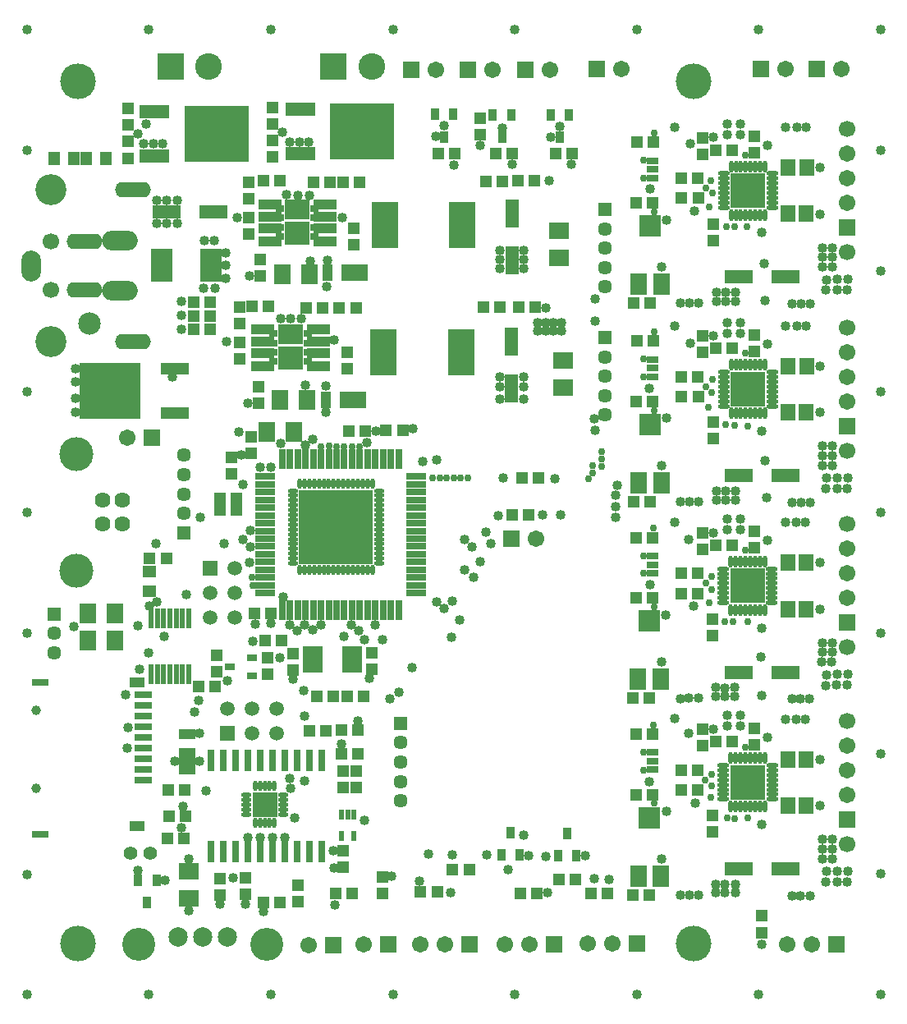
<source format=gbr>
G04 DipTrace 2.4.0.1*
%INTopMask.gbr*%
%MOIN*%
%ADD14C,0.04*%
%ADD25R,0.0551X0.1181*%
%ADD28R,0.1181X0.0551*%
%ADD44R,0.0591X0.0591*%
%ADD46C,0.0591*%
%ADD60R,0.0591X0.0394*%
%ADD61R,0.0709X0.0315*%
%ADD62R,0.061X0.0394*%
%ADD75R,0.05X0.025*%
%ADD90R,0.0413X0.0256*%
%ADD97R,0.0236X0.0787*%
%ADD102C,0.0669*%
%ADD103C,0.1339*%
%ADD104C,0.145*%
%ADD105C,0.0394*%
%ADD114C,0.03*%
%ADD117R,0.0828X0.108*%
%ADD119R,0.0316X0.0867*%
%ADD120R,0.2501X0.2265*%
%ADD122R,0.1163X0.0474*%
%ADD124R,0.1419X0.1419*%
%ADD126O,0.0474X0.0198*%
%ADD128O,0.0198X0.0474*%
%ADD133R,0.0997X0.0812*%
%ADD135R,0.0997X0.0966*%
%ADD137R,0.0336X0.0277*%
%ADD139R,0.0946X0.0395*%
%ADD141R,0.0237X0.0434*%
%ADD143R,0.1045X0.1045*%
%ADD145R,0.2993X0.2993*%
%ADD147O,0.0198X0.0415*%
%ADD149O,0.0415X0.0198*%
%ADD151R,0.0277X0.0789*%
%ADD153R,0.0789X0.0277*%
%ADD155C,0.0552*%
%ADD159R,0.0867X0.0867*%
%ADD161R,0.071X0.0867*%
%ADD163R,0.0592X0.0671*%
%ADD165R,0.1202X0.0572*%
%ADD167R,0.2639X0.2265*%
%ADD169R,0.0336X0.0493*%
%ADD171R,0.1104X0.1852*%
%ADD173C,0.0572*%
%ADD175C,0.0572*%
%ADD177R,0.0572X0.0572*%
%ADD185R,0.0552X0.0474*%
%ADD187R,0.0474X0.0552*%
%ADD189R,0.0867X0.1332*%
%ADD191R,0.071X0.0438*%
%ADD193R,0.071X0.1064*%
%ADD195R,0.0438X0.071*%
%ADD197R,0.1064X0.071*%
%ADD201C,0.0785*%
%ADD203C,0.108*%
%ADD207R,0.108X0.108*%
%ADD209C,0.0671*%
%ADD212R,0.0671X0.0671*%
%ADD216C,0.1379*%
%ADD220C,0.0639*%
%ADD223C,0.0907*%
%ADD227C,0.1261*%
%ADD229O,0.1458X0.0789*%
%ADD232O,0.1458X0.0631*%
%ADD236O,0.0789X0.1261*%
%ADD238R,0.0789X0.071*%
%ADD240R,0.0513X0.0474*%
%ADD244R,0.0474X0.0513*%
%ADD246R,0.071X0.0789*%
%FSLAX44Y44*%
G04*
G70*
G90*
G75*
G01*
%LNTopMask*%
%LPD*%
D14*
X4493Y10413D3*
X5000Y13610D3*
X7420Y9880D3*
X6330Y25480D3*
X19960Y5480D3*
X23460Y5130D3*
X19960Y5480D3*
X17040Y16340D3*
X24325Y19775D3*
Y20225D3*
X17350Y16080D3*
X18830Y17975D3*
X6020Y5050D3*
X6900Y16650D3*
X9460Y17950D3*
X11700Y11720D3*
X11660Y12750D3*
X4430Y12590D3*
X10830Y16570D3*
X17700Y6080D3*
X18200Y17660D3*
X17980Y15620D3*
X8940Y31950D3*
X17610Y4540D3*
X18550Y17350D3*
X17680Y16380D3*
X8525Y26925D3*
X6700Y7200D3*
X6760Y8060D3*
X5360Y14280D3*
X7371Y12359D3*
X23500Y27770D3*
X16475Y22045D3*
X23490Y28660D3*
X23470Y23310D3*
X17050Y22120D3*
X23450Y23790D3*
X24325Y20700D3*
X24395Y21080D3*
X2370Y25820D3*
Y25280D3*
X4930Y15390D3*
X30170Y33510D3*
Y33050D3*
X30150Y32580D3*
X29690Y33080D3*
Y33520D3*
X29680Y32610D3*
X29220D3*
X29230Y33050D3*
X29210Y33520D3*
D114*
X28810Y31590D3*
X29150Y31580D3*
X29650D3*
X28130Y32380D3*
X28240Y32940D3*
X28000Y33150D3*
X28180Y33460D3*
X29590Y34500D3*
D14*
X30500Y34890D3*
X28290Y35210D3*
X32630Y33980D3*
X32620Y32100D3*
X30260Y31340D3*
X28410Y28560D3*
Y28920D3*
X29180D3*
X28770Y28560D3*
Y28910D3*
X29180Y28560D3*
X29400Y35330D3*
X28850D3*
X29400Y35760D3*
X28850D3*
X32040Y35620D3*
X31670D3*
X31230D3*
X26730Y35630D3*
D114*
X25893Y32195D3*
X25453Y33555D3*
Y34275D3*
X25873Y35385D3*
D14*
X26380Y31870D3*
X9890Y6790D3*
X10940Y32880D3*
X11410Y32870D3*
X11900Y32850D3*
X13210Y31950D3*
X11930Y30190D3*
X12610Y30210D3*
X12600Y29150D3*
X9440Y29580D3*
X7610Y31010D3*
X8030D3*
X7590Y29100D3*
X8060Y29080D3*
X8500Y29480D3*
Y30010D3*
Y30530D3*
X10770Y35410D3*
X11100Y35020D3*
X11470Y35010D3*
X11860Y35020D3*
X5140Y34950D3*
X5540D3*
X5930D3*
X4910Y35340D3*
X12550Y25110D3*
Y24040D3*
X11720Y25160D3*
X9370Y24410D3*
X9400Y6790D3*
X10730Y27860D3*
X11130D3*
X11540Y27850D3*
X12870Y27000D3*
X18810Y34890D3*
X19720Y35600D3*
X17340Y35690D3*
X17010Y35250D3*
X22040Y35670D3*
X21700Y35230D3*
X17750Y34080D3*
X20110Y34110D3*
X33133Y30735D3*
X33123Y30345D3*
X33113Y29945D3*
X32733Y30735D3*
X32723Y30345D3*
X32713Y29945D3*
X32883Y29435D3*
X33753Y29445D3*
X33333D3*
X32863Y29005D3*
X33733Y29015D3*
X33313D3*
X31483Y28445D3*
X32213Y28455D3*
X31843D3*
X26953Y28475D3*
X27683Y28485D3*
X27313D3*
X33133Y22675D3*
X26193Y29955D3*
X33123Y22285D3*
X33113Y21885D3*
X32733Y22675D3*
X32723Y22285D3*
X32713Y21885D3*
X32883Y21375D3*
X33753Y21385D3*
X33333D3*
X30170Y25450D3*
Y24990D3*
X30150Y24520D3*
X29690Y25020D3*
Y25460D3*
X29680Y24550D3*
X29220D3*
X29230Y24990D3*
X29210Y25460D3*
D114*
X28800Y23540D3*
X29140Y23510D3*
X29670Y23500D3*
X28090Y24270D3*
X28220Y24860D3*
X28000Y25090D3*
X28240Y25390D3*
X29590Y26440D3*
D14*
X30500Y26830D3*
X28290Y27150D3*
X32630Y25920D3*
X32620Y24040D3*
X30260Y23280D3*
X28410Y20500D3*
Y20860D3*
X29180D3*
X28770Y20500D3*
Y20850D3*
X29180Y20500D3*
X29400Y27270D3*
X28850D3*
X29400Y27700D3*
X28850D3*
X32040Y27560D3*
X31670D3*
X31230D3*
X26730Y27570D3*
D114*
X25893Y24135D3*
X25453Y25495D3*
Y26215D3*
X25873Y27325D3*
D14*
X26380Y23810D3*
X32863Y20945D3*
X33733Y20955D3*
X33313D3*
X31483Y20385D3*
X32213Y20395D3*
X31843D3*
X26953Y20415D3*
X27683Y20425D3*
X27313D3*
X26193Y21895D3*
X33120Y14695D3*
X33110Y14305D3*
X33100Y13905D3*
X32720Y14695D3*
X32710Y14305D3*
X32700Y13905D3*
X32870Y13395D3*
X33740Y13405D3*
X33320D3*
X30157Y17469D3*
Y17009D3*
X30137Y16539D3*
X29677Y17039D3*
Y17479D3*
X29667Y16569D3*
X29207D3*
X29217Y17009D3*
X29197Y17479D3*
D114*
X28750Y15550D3*
X29100Y15540D3*
X29690Y15550D3*
X28130Y16320D3*
X28220Y16870D3*
X27987Y17109D3*
X28220Y17400D3*
X29577Y18459D3*
D14*
X30487Y18849D3*
X28277Y19169D3*
X32617Y17939D3*
X32607Y16059D3*
X30247Y15299D3*
X28397Y12519D3*
Y12879D3*
X29167D3*
X28757Y12519D3*
Y12869D3*
X29167Y12519D3*
X29387Y19289D3*
X28837D3*
X29387Y19719D3*
X28837D3*
X32027Y19579D3*
X31657D3*
X31217D3*
X26717Y19589D3*
D114*
X25880Y16155D3*
X25440Y17515D3*
Y18235D3*
X25860Y19345D3*
D14*
X26367Y15829D3*
X32850Y12965D3*
X33720Y12975D3*
X33300D3*
X31470Y12405D3*
X32200Y12415D3*
X31830D3*
X26940Y12435D3*
X27670Y12445D3*
X27300D3*
X26180Y13915D3*
X33123Y6715D3*
X33113Y6325D3*
X33103Y5925D3*
X32723Y6715D3*
X32713Y6325D3*
X32703Y5925D3*
X32873Y5415D3*
X33743Y5425D3*
X33323D3*
X30160Y9490D3*
Y9030D3*
X30140Y8560D3*
X29680Y9060D3*
Y9500D3*
X29670Y8590D3*
X29210D3*
X29220Y9030D3*
X29200Y9500D3*
D114*
X28840Y7580D3*
X29160Y7560D3*
X29670Y7580D3*
X28170Y8420D3*
X28225Y8900D3*
X27950Y9125D3*
X28225Y9350D3*
X29590Y10470D3*
D14*
X30490Y10870D3*
X28280Y11190D3*
X32620Y9960D3*
X32610Y8080D3*
X30250Y7320D3*
X28400Y4540D3*
Y4900D3*
X29170D3*
X28760Y4540D3*
Y4890D3*
X29170Y4540D3*
X29390Y11310D3*
X28840D3*
X29390Y11740D3*
X28840D3*
X32030Y11600D3*
X31660D3*
X31220D3*
X26720Y11610D3*
D114*
X25883Y8175D3*
X25443Y9535D3*
Y10255D3*
X25863Y11365D3*
D14*
X26370Y7850D3*
X32853Y4985D3*
X33723Y4995D3*
X33303D3*
X31473Y4425D3*
X32203Y4435D3*
X31833D3*
X26943Y4455D3*
X27673Y4465D3*
X27303D3*
X26183Y5935D3*
X22530Y34130D3*
X19625Y30250D3*
X20575D3*
Y29875D3*
X19625D3*
X20575Y30625D3*
X19625D3*
X21625Y33450D3*
X410Y39590D3*
X19100Y6080D3*
X21500Y6025D3*
X10390Y6790D3*
X10880Y6780D3*
X11275Y7600D3*
X11130Y8780D3*
X11680Y9090D3*
X11100Y9180D3*
X9825Y8375D3*
X4520Y11260D3*
X15510Y12700D3*
X15140Y12410D3*
X14850Y14830D3*
X14560Y15410D3*
X14120Y14820D3*
X13900Y15200D3*
X13600Y15425D3*
X13300Y14970D3*
X11700Y15425D3*
X12350D3*
X12025Y15225D3*
X11230Y13220D3*
X14330Y13260D3*
X8540Y13150D3*
X20600Y25475D3*
Y25075D3*
Y24600D3*
X19625Y25475D3*
Y25075D3*
Y24600D3*
X21500Y28300D3*
X21150Y27675D3*
X21475D3*
X21800D3*
X22125D3*
X21150Y27350D3*
X21475D3*
X21800D3*
X22125D3*
X10310Y21820D3*
X9900D3*
X14575Y23275D3*
X10250Y8375D3*
Y7900D3*
X19050Y19175D3*
X18175Y18900D3*
X18475Y18575D3*
X9850Y7875D3*
X10725Y22775D3*
X11725Y22725D3*
X12025Y22950D3*
X14220Y22830D3*
X16070Y23380D3*
X9025Y23250D3*
X9475Y18600D3*
X9180Y18900D3*
X11390Y15200D3*
X11075Y15425D3*
X5375Y16175D3*
X20775Y6070D3*
X16730Y6130D3*
X15225Y5210D3*
X30260Y2460D3*
X24040Y5080D3*
X21555Y4550D3*
X16340Y5020D3*
X13200Y10590D3*
X12850Y6260D3*
X10030Y3800D3*
X12925Y4060D3*
X19560Y19870D3*
X21350Y19875D3*
X19740Y21390D3*
X9675Y15450D3*
X10325Y15475D3*
X9125Y22325D3*
X21860Y21360D3*
X5700Y16360D3*
X5980Y14970D3*
X5640Y18710D3*
X2325Y15350D3*
X23100Y6050D3*
X6990Y3825D3*
X8255Y4075D3*
X9300Y4100D3*
X7410Y11010D3*
X10675Y14100D3*
X9575Y14750D3*
X9180Y21110D3*
X9475Y19250D3*
X7670Y8700D3*
X6675Y28550D3*
X6700Y27975D3*
Y27425D3*
X6100Y32650D3*
X6075Y31725D3*
X6525D3*
Y32650D3*
X5700D3*
X5675Y31725D3*
X410Y410D3*
X35090Y39590D3*
Y410D3*
X4930Y5460D3*
X6970Y5920D3*
X8790Y5140D3*
X13860Y11520D3*
X12870Y5560D3*
X14110Y7490D3*
X6430Y9880D3*
X12960Y19400D3*
X11910Y20430D3*
X14070Y20460D3*
Y18250D3*
X11870Y18230D3*
X410Y5300D3*
Y15100D3*
Y20000D3*
Y24900D3*
Y34690D3*
X35090D3*
Y29790D3*
Y24900D3*
X5360Y39590D3*
X35090Y20000D3*
Y15100D3*
Y10200D3*
Y5310D3*
X10320Y39590D3*
X15270D3*
X20230D3*
X25180D3*
X30130D3*
X5360Y410D3*
X10320D3*
X15270D3*
X20230D3*
X25180D3*
X30130D3*
X20570Y6890D3*
X7210Y11880D3*
X16040Y13680D3*
X17640Y14920D3*
D114*
X16870Y21400D3*
D14*
X19240Y18710D3*
X22080Y19890D3*
X25700Y9070D3*
X27560Y8180D3*
X27300Y11030D3*
X25710Y17060D3*
X27290Y18900D3*
X30250Y12540D3*
X30210Y14130D3*
X27480Y16180D3*
X30460Y20590D3*
X30390Y22080D3*
X25700Y25020D3*
X27340Y26860D3*
X30350Y30100D3*
X30400Y28600D3*
X25720Y33130D3*
X27360Y34970D3*
X27510Y32210D3*
X5260Y35760D3*
X7460Y19800D3*
X8410Y18730D3*
X2370Y24610D3*
Y24040D3*
D114*
X12350Y22670D3*
X12670Y22680D3*
X12980Y22670D3*
X13290D3*
X13610D3*
X13920Y22660D3*
X9560Y17360D3*
X9600Y17030D3*
X17170Y21400D3*
X17460D3*
X18020D3*
X17740D3*
X18320D3*
X23750Y22450D3*
Y22150D3*
X23740Y21850D3*
X23390Y21880D3*
X23380Y21590D3*
X23220Y21340D3*
D25*
X20100Y26925D3*
Y25035D3*
X20110Y32120D3*
Y30230D3*
D246*
X11250Y23250D3*
X10148D3*
D244*
X8110Y14180D3*
Y13511D3*
D28*
X7980Y32190D3*
X6090D3*
D240*
X7850Y28530D3*
X7181D3*
X13180Y10180D3*
X13849D3*
X7850Y27970D3*
X7181D3*
X10700Y4170D3*
X10031D3*
X13605Y4510D3*
X12936D3*
D246*
X3975Y15875D3*
X2873D3*
D238*
X6995Y5425D3*
Y4323D3*
D240*
X10750Y14775D3*
X10081D3*
X15000Y23310D3*
X15669D3*
X7860Y27420D3*
X7191D3*
D246*
X11892Y29650D3*
X10790D3*
D238*
X22175Y26150D3*
Y25048D3*
D244*
X9805Y24425D3*
Y25095D3*
D240*
X10230Y28340D3*
X9561D3*
D244*
X13415Y26485D3*
Y25815D3*
D246*
X11770Y24570D3*
X10668D3*
D238*
X22030Y31410D3*
Y30308D3*
D244*
X9892Y29600D3*
Y30269D3*
D240*
X10690Y33460D3*
X10021D3*
D244*
X13672Y31520D3*
Y30851D3*
X9300Y5152D3*
Y4483D3*
X8250Y5127D3*
Y4458D3*
X13240Y5580D3*
Y6249D3*
X14425Y14300D3*
Y13631D3*
D246*
X3975Y14800D3*
X2873D3*
D244*
X9525Y22400D3*
Y23069D3*
D240*
X14140Y23290D3*
X13471D3*
D244*
X11225Y14250D3*
Y13581D3*
D240*
X6070Y18110D3*
X5401D3*
D244*
X28270Y31700D3*
Y31031D3*
D240*
X29050Y34700D3*
X28381D3*
D244*
X29960Y35250D3*
Y34581D3*
D240*
X27660Y33550D3*
X26991D3*
D244*
X27850Y35200D3*
Y34531D3*
D28*
X31220Y29540D3*
X29330D3*
D244*
X28270Y23640D3*
Y22971D3*
D240*
X29050Y26640D3*
X28381D3*
D244*
X29960Y27190D3*
Y26521D3*
D240*
X27660Y25490D3*
X26991D3*
D244*
X27850Y27140D3*
Y26471D3*
D28*
X31220Y21480D3*
X29330D3*
D244*
X28257Y15659D3*
Y14990D3*
D240*
X29037Y18659D3*
X28368D3*
D244*
X29947Y19209D3*
Y18540D3*
D240*
X27647Y17509D3*
X26978D3*
D244*
X27837Y19159D3*
Y18490D3*
D28*
X31207Y13499D3*
X29317D3*
D244*
X28260Y7680D3*
Y7011D3*
D240*
X29040Y10680D3*
X28371D3*
D244*
X29950Y11230D3*
Y10561D3*
D240*
X27650Y9530D3*
X26981D3*
D244*
X27840Y11180D3*
Y10511D3*
D28*
X31210Y5520D3*
X29320D3*
D236*
X590Y30000D3*
D232*
X2756Y30984D3*
D229*
X4193Y28976D3*
Y31024D3*
D232*
X2756Y29016D3*
D227*
X1378Y26929D3*
Y33071D3*
D232*
X4724Y26929D3*
Y33071D3*
D223*
X2953Y27638D3*
D102*
X1378Y30984D3*
Y29016D3*
D220*
X4285Y19508D3*
Y20492D3*
X3498D3*
Y19508D3*
D216*
X2431Y22370D3*
Y17630D3*
D212*
X33720Y31550D3*
D209*
Y32550D3*
Y33550D3*
Y34550D3*
D212*
Y23490D3*
D209*
Y24490D3*
Y25490D3*
Y26490D3*
D212*
X33707Y15509D3*
D209*
Y16509D3*
Y17509D3*
Y18509D3*
D212*
X33710Y7530D3*
D209*
Y8530D3*
Y9530D3*
Y10530D3*
D207*
X6240Y38080D3*
D203*
X7800D3*
D207*
X12850D3*
D203*
X14410D3*
D212*
X16010Y37950D3*
D209*
X17010D3*
D212*
X33290Y2450D3*
D209*
X32290D3*
X31290D3*
D212*
X25200Y2480D3*
D209*
X24200D3*
X23200D3*
D212*
X21830Y2450D3*
D209*
X20830D3*
X19830D3*
D212*
X18370D3*
D209*
X17370D3*
X16370D3*
D212*
X15090Y2440D3*
D209*
X14090D3*
D212*
X12860Y2430D3*
D209*
X11860D3*
D201*
X8550Y2750D3*
X7550D3*
X6550D3*
D103*
X10148Y2451D3*
X4952D3*
D212*
X20650Y37970D3*
D209*
X21650D3*
D212*
X18320D3*
D209*
X19320D3*
D212*
X32490Y37990D3*
D209*
X33490D3*
D212*
X30230Y37980D3*
D209*
X31230D3*
D212*
X23560Y37990D3*
D209*
X24560D3*
D240*
X21050Y28325D3*
X20381D3*
D197*
X13722Y29720D3*
D195*
X12611D3*
D197*
X13652Y24562D3*
D195*
X12540D3*
D240*
X21019Y33440D3*
X20350D3*
X11880Y11130D3*
X12549D3*
X12190Y12520D3*
X12859D3*
D193*
X6930Y9890D3*
D191*
Y11002D3*
D189*
X5900Y30030D3*
X7869D3*
D187*
X1522Y34350D3*
X2309D3*
D185*
X5380Y17578D3*
Y16791D3*
D187*
X2822Y34370D3*
X3609D3*
D104*
X2500Y2500D3*
X27500D3*
Y37500D3*
X2500D3*
G36*
X4786Y12283D2*
X5474D1*
Y12008D1*
X4786D1*
Y12283D1*
G37*
G36*
Y11850D2*
X5474D1*
Y11575D1*
X4786D1*
Y11850D1*
G37*
G36*
Y11417D2*
X5474D1*
Y11142D1*
X4786D1*
Y11417D1*
G37*
G36*
Y10984D2*
X5474D1*
Y10709D1*
X4786D1*
Y10984D1*
G37*
G36*
Y10551D2*
X5474D1*
Y10276D1*
X4786D1*
Y10551D1*
G37*
G36*
Y10118D2*
X5474D1*
Y9843D1*
X4786D1*
Y10118D1*
G37*
G36*
Y9685D2*
X5474D1*
Y9409D1*
X4786D1*
Y9685D1*
G37*
G36*
Y9252D2*
X5474D1*
Y8976D1*
X4786D1*
Y9252D1*
G37*
G36*
Y12717D2*
X5474D1*
Y12441D1*
X4786D1*
Y12717D1*
G37*
D60*
X4894Y13071D3*
D61*
X957D3*
D62*
X4894Y7244D3*
D61*
X957Y6929D3*
D105*
X799Y11949D3*
Y8799D3*
D177*
X23900Y27090D3*
D173*
Y26303D3*
Y25515D3*
D175*
Y24728D3*
Y23940D3*
D177*
Y32290D3*
D173*
Y31503D3*
Y30715D3*
D175*
Y29928D3*
Y29140D3*
D177*
X1520Y15870D3*
D173*
Y15081D3*
Y14292D3*
D177*
X6775Y19160D3*
D173*
Y19947D3*
Y20735D3*
D175*
Y21522D3*
Y22310D3*
D44*
X7840Y17710D3*
D46*
X8840D3*
X7840Y16710D3*
X8840D3*
X7840Y15710D3*
X8840D3*
D212*
X20075Y18925D3*
D209*
X21075D3*
D44*
X8540Y11010D3*
D46*
Y12010D3*
X9540Y11010D3*
Y12010D3*
X10540Y11010D3*
Y12010D3*
D212*
X5480Y23020D3*
D209*
X4480D3*
D177*
X15580Y11430D3*
D173*
Y10643D3*
Y9855D3*
D175*
Y9068D3*
Y8280D3*
D171*
X14890Y26480D3*
X18040D3*
X14940Y31650D3*
X18090D3*
D102*
X33723Y30545D3*
Y35555D3*
Y22485D3*
Y27495D3*
X33710Y14505D3*
Y19515D3*
X33713Y6525D3*
Y11535D3*
D169*
X21975Y6050D3*
X22723D3*
X22349Y6956D3*
X19675Y6075D3*
X20423D3*
X20049Y6981D3*
D167*
X14030Y35440D3*
D165*
X11510Y36338D3*
Y34542D3*
D167*
X8110Y35350D3*
D165*
X5590Y36248D3*
Y34452D3*
D169*
X5675Y5050D3*
X4927D3*
X5301Y4144D3*
X17720Y36140D3*
X16972D3*
X17346Y35234D3*
X22420Y36130D3*
X21672D3*
X22046Y35224D3*
X20080Y36110D3*
X19332D3*
X19706Y35204D3*
D240*
X13190Y11150D3*
X13859D3*
D244*
X4510Y35720D3*
Y36389D3*
X10400Y34410D3*
Y35079D3*
D240*
X19440Y34540D3*
X20109D3*
D163*
X31316Y32106D3*
X32064D3*
X31320Y33980D3*
X32068D3*
D240*
X10325Y15900D3*
X9656D3*
X20125Y19875D3*
X20794D3*
D244*
X11420Y4850D3*
Y4181D3*
D240*
X8920Y20100D3*
X8251D3*
D163*
X31316Y24046D3*
X32064D3*
D240*
X17120Y34560D3*
X17789D3*
X6140Y8720D3*
X6809D3*
D163*
X31320Y25920D3*
X32068D3*
X31303Y16065D3*
X32051D3*
X31307Y17939D3*
X32055D3*
X31306Y8086D3*
X32054D3*
X31310Y9960D3*
X32058D3*
D244*
X4510Y34370D3*
Y35039D3*
X30255Y2935D3*
Y3605D3*
D240*
X23990Y4510D3*
X23321D3*
X21124Y4525D3*
X20455D3*
X16400Y4580D3*
X17069D3*
X13100Y28290D3*
X13769D3*
X11740D3*
X12409D3*
D244*
X9050Y28310D3*
Y27641D3*
X9040Y26900D3*
Y26231D3*
D240*
X13260Y33380D3*
X13929D3*
X12040D3*
X12709D3*
D244*
X9430Y33390D3*
Y32721D3*
Y31940D3*
Y31271D3*
D240*
X19625Y28325D3*
X18956D3*
X19709Y33420D3*
X19040D3*
X22025Y5100D3*
X22694D3*
D244*
X10190Y13415D3*
Y14085D3*
D240*
X8040Y12910D3*
X7371D3*
D244*
X10400Y35740D3*
Y36409D3*
D240*
X21870Y34570D3*
X22539D3*
D244*
X13240Y9500D3*
Y8831D3*
X18805Y35330D3*
Y36000D3*
X13780Y9500D3*
Y8831D3*
D240*
X17700Y5480D3*
X18369D3*
X13410Y12530D3*
X14079D3*
X6840Y7640D3*
X6171D3*
X27000Y32740D3*
X27669D3*
X25150Y32550D3*
X25819D3*
X25171Y35010D3*
X25840D3*
X25710Y28480D3*
X25041D3*
D161*
X26170Y29250D3*
D159*
X25707Y31612D3*
D161*
X25245Y29250D3*
D240*
X6790Y6750D3*
X6121D3*
D244*
X14860Y5200D3*
Y4531D3*
D240*
X27000Y24680D3*
X27669D3*
X25150Y24490D3*
X25819D3*
X25171Y26950D3*
X25840D3*
X25710Y20420D3*
X25041D3*
D161*
X26170Y21190D3*
D159*
X25707Y23552D3*
D161*
X25245Y21190D3*
D240*
X8920Y20570D3*
X8251D3*
D244*
X8725Y22225D3*
Y21556D3*
D240*
X26987Y16699D3*
X27657D3*
X25137Y16509D3*
X25807D3*
X25158Y18969D3*
X25827D3*
X25697Y12439D3*
X25028D3*
D161*
X26157Y13209D3*
D159*
X25695Y15572D3*
D161*
X25232Y13209D3*
D240*
X21180Y21390D3*
X20511D3*
X26990Y8720D3*
X27659D3*
X25140Y8530D3*
X25809D3*
X25161Y10990D3*
X25830D3*
X25700Y4460D3*
X25031D3*
D161*
X26160Y5230D3*
D159*
X25697Y7592D3*
D161*
X25235Y5230D3*
D75*
X25830Y34260D3*
Y33910D3*
Y33560D3*
Y26200D3*
Y25850D3*
Y25500D3*
X25817Y18219D3*
Y17869D3*
Y17519D3*
X25820Y10240D3*
Y9890D3*
Y9540D3*
D155*
X4630Y6150D3*
X5420Y6160D3*
D153*
X10070Y21440D3*
Y21125D3*
Y20810D3*
Y20495D3*
Y20180D3*
Y19865D3*
Y19550D3*
Y19235D3*
Y18920D3*
Y18605D3*
Y18290D3*
Y17975D3*
Y17660D3*
Y17346D3*
Y17031D3*
Y16716D3*
D151*
X10779Y16007D3*
X11094D3*
X11409D3*
X11724D3*
X12039D3*
X12353D3*
X12668D3*
X12983D3*
X13298D3*
X13613D3*
X13928D3*
X14243D3*
X14558D3*
X14873D3*
X15188D3*
X15503D3*
D153*
X16212Y16716D3*
Y17031D3*
Y17346D3*
Y17660D3*
Y17975D3*
Y18290D3*
Y18605D3*
Y18920D3*
Y19235D3*
Y19550D3*
Y19865D3*
Y20180D3*
Y20495D3*
Y20810D3*
Y21125D3*
Y21440D3*
D151*
X15503Y22149D3*
X15188D3*
X14873D3*
X14558D3*
X14243D3*
X13928D3*
X13613D3*
X13298D3*
X12983D3*
X12668D3*
X12353D3*
X12039D3*
X11724D3*
X11409D3*
X11094D3*
X10779D3*
D149*
X11210Y20870D3*
Y20673D3*
Y20476D3*
Y20279D3*
Y20083D3*
Y19886D3*
Y19689D3*
Y19492D3*
Y19295D3*
Y19098D3*
Y18901D3*
Y18705D3*
Y18508D3*
Y18311D3*
Y18114D3*
Y17917D3*
D147*
X11486Y17642D3*
X11682D3*
X11879D3*
X12076D3*
X12273D3*
X12470D3*
X12667D3*
X12864D3*
X13060D3*
X13257D3*
X13454D3*
X13651D3*
X13848D3*
X14045D3*
X14241D3*
X14438D3*
D149*
X14714Y17917D3*
Y18114D3*
Y18311D3*
Y18508D3*
Y18705D3*
Y18901D3*
Y19098D3*
Y19295D3*
Y19492D3*
Y19689D3*
Y19886D3*
Y20083D3*
Y20279D3*
Y20476D3*
Y20673D3*
Y20870D3*
D147*
X14438Y21146D3*
X14241D3*
X14045D3*
X13848D3*
X13651D3*
X13454D3*
X13257D3*
X13060D3*
X12864D3*
X12667D3*
X12470D3*
X12273D3*
X12076D3*
X11879D3*
X11682D3*
X11486D3*
D145*
X12962Y19394D3*
D147*
X9675Y7375D3*
X9872D3*
X10069D3*
X10266D3*
X10462D3*
D149*
X10817Y7729D3*
Y7926D3*
Y8123D3*
Y8320D3*
Y8517D3*
D147*
X10462Y8871D3*
X10266D3*
X10069D3*
X9872D3*
X9675D3*
D149*
X9321Y8517D3*
Y8320D3*
Y8123D3*
Y7926D3*
Y7729D3*
D143*
X10069Y8123D3*
D141*
X13700Y7720D3*
X13444D3*
X13188D3*
Y6854D3*
X13700D3*
D139*
X12250Y25930D3*
Y26450D3*
Y26910D3*
Y27430D3*
X9990D3*
Y26910D3*
Y26450D3*
Y25930D3*
D137*
X11819Y26119D3*
Y26493D3*
Y26867D3*
Y27241D3*
X10421D3*
Y26867D3*
Y26493D3*
Y26119D3*
D135*
X11120Y26237D3*
D133*
Y27204D3*
D139*
X12530Y31000D3*
Y31520D3*
Y31980D3*
Y32500D3*
X10270D3*
Y31980D3*
Y31520D3*
Y31000D3*
D137*
X12099Y31189D3*
Y31563D3*
Y31937D3*
Y32311D3*
X10701D3*
Y31937D3*
Y31563D3*
Y31189D3*
D135*
X11400Y31307D3*
D133*
Y32274D3*
D90*
X9550Y13350D3*
Y14098D3*
X8644Y13724D3*
D97*
X5450Y13420D3*
X5706D3*
X5962D3*
X6218D3*
X6474D3*
X6730D3*
X6985D3*
Y15703D3*
X6730D3*
X6474D3*
X6218D3*
X5962D3*
X5706D3*
X5450D3*
D128*
X30383Y34035D3*
X30186D3*
X29990D3*
X29793D3*
X29596D3*
X29399D3*
X29202D3*
X29005D3*
D126*
X28710Y33740D3*
Y33543D3*
Y33346D3*
Y33149D3*
Y32953D3*
Y32756D3*
Y32559D3*
Y32362D3*
D128*
X29005Y32067D3*
X29202D3*
X29399D3*
X29596D3*
X29793D3*
X29990D3*
X30186D3*
X30383D3*
D126*
X30679Y32362D3*
Y32559D3*
Y32756D3*
Y32953D3*
Y33149D3*
Y33346D3*
Y33543D3*
Y33740D3*
D124*
X29694Y33051D3*
D128*
X30383Y25975D3*
X30186D3*
X29990D3*
X29793D3*
X29596D3*
X29399D3*
X29202D3*
X29005D3*
D126*
X28710Y25680D3*
Y25483D3*
Y25286D3*
Y25089D3*
Y24893D3*
Y24696D3*
Y24499D3*
Y24302D3*
D128*
X29005Y24007D3*
X29202D3*
X29399D3*
X29596D3*
X29793D3*
X29990D3*
X30186D3*
X30383D3*
D126*
X30679Y24302D3*
Y24499D3*
Y24696D3*
Y24893D3*
Y25089D3*
Y25286D3*
Y25483D3*
Y25680D3*
D124*
X29694Y24991D3*
D128*
X30370Y17995D3*
X30174D3*
X29977D3*
X29780D3*
X29583D3*
X29386D3*
X29189D3*
X28993D3*
D126*
X28697Y17699D3*
Y17502D3*
Y17306D3*
Y17109D3*
Y16912D3*
Y16715D3*
Y16518D3*
Y16321D3*
D128*
X28993Y16026D3*
X29189D3*
X29386D3*
X29583D3*
X29780D3*
X29977D3*
X30174D3*
X30370D3*
D126*
X30666Y16321D3*
Y16518D3*
Y16715D3*
Y16912D3*
Y17109D3*
Y17306D3*
Y17502D3*
Y17699D3*
D124*
X29681Y17010D3*
D128*
X30373Y10015D3*
X30176D3*
X29980D3*
X29783D3*
X29586D3*
X29389D3*
X29192D3*
X28995D3*
D126*
X28700Y9720D3*
Y9523D3*
Y9326D3*
Y9129D3*
Y8933D3*
Y8736D3*
Y8539D3*
Y8342D3*
D128*
X28995Y8047D3*
X29192D3*
X29389D3*
X29586D3*
X29783D3*
X29980D3*
X30176D3*
X30373D3*
D126*
X30669Y8342D3*
Y8539D3*
Y8736D3*
Y8933D3*
Y9129D3*
Y9326D3*
Y9523D3*
Y9720D3*
D124*
X29684Y9031D3*
D122*
X6430Y24030D3*
Y25825D3*
D120*
X3792Y24928D3*
D119*
X7890Y6210D3*
X8390D3*
X8890D3*
X9390D3*
X9890D3*
X10390D3*
X10890D3*
X11390D3*
X11890D3*
X12390D3*
Y9911D3*
X11890D3*
X11390D3*
X10890D3*
X10390D3*
X9890D3*
X9390D3*
X8890D3*
X8390D3*
X7890D3*
D117*
X13625Y14025D3*
X12011D3*
M02*

</source>
